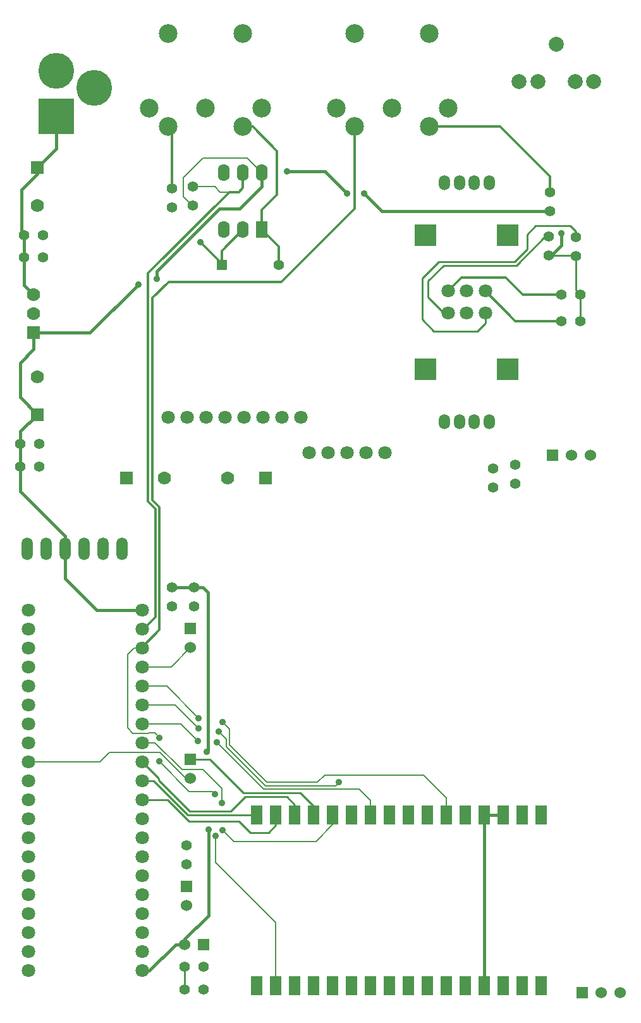
<source format=gtl>
G04 (created by PCBNEW (2013-07-07 BZR 4022)-stable) date 22/05/2015 13:43:49*
%MOIN*%
G04 Gerber Fmt 3.4, Leading zero omitted, Abs format*
%FSLAX34Y34*%
G01*
G70*
G90*
G04 APERTURE LIST*
%ADD10C,0.00590551*%
%ADD11C,0.07*%
%ADD12R,0.07X0.07*%
%ADD13R,0.0590551X0.1*%
%ADD14O,0.0590551X0.0787402*%
%ADD15C,0.0708661*%
%ADD16R,0.11811X0.11811*%
%ADD17C,0.055*%
%ADD18R,0.06X0.06*%
%ADD19C,0.06*%
%ADD20R,0.062X0.09*%
%ADD21O,0.062X0.09*%
%ADD22R,0.055X0.055*%
%ADD23C,0.0984252*%
%ADD24C,0.189*%
%ADD25R,0.189X0.189*%
%ADD26C,0.0787402*%
%ADD27O,0.0593X0.1187*%
%ADD28C,0.035*%
%ADD29C,0.015*%
%ADD30C,0.01*%
%ADD31C,0.008*%
%ADD32C,0.012*%
G04 APERTURE END LIST*
G54D10*
G54D11*
X107086Y-48212D03*
X107086Y-49212D03*
G54D12*
X107086Y-50212D03*
G54D13*
X133858Y-84645D03*
X132858Y-84645D03*
X131858Y-84645D03*
X130858Y-84645D03*
X129858Y-84645D03*
X128858Y-84645D03*
X127858Y-84645D03*
X126858Y-84645D03*
X125858Y-84645D03*
X124858Y-84645D03*
X123858Y-84645D03*
X122858Y-84645D03*
X121858Y-84645D03*
X120858Y-84645D03*
X119858Y-84645D03*
X118858Y-84645D03*
X118858Y-75645D03*
X119858Y-75645D03*
X120858Y-75645D03*
X121858Y-75645D03*
X122858Y-75645D03*
X123858Y-75645D03*
X124858Y-75645D03*
X125858Y-75645D03*
X126858Y-75645D03*
X127858Y-75645D03*
X128858Y-75645D03*
X129858Y-75645D03*
X130858Y-75645D03*
X131858Y-75645D03*
X132858Y-75645D03*
X133858Y-75645D03*
G54D14*
X129526Y-54910D03*
X130313Y-54910D03*
X131101Y-54910D03*
X128738Y-54910D03*
G54D15*
X129920Y-49201D03*
X130904Y-49201D03*
X128935Y-49201D03*
G54D16*
X132085Y-52154D03*
X127754Y-52154D03*
G54D14*
X130314Y-42322D03*
X129527Y-42322D03*
X128740Y-42322D03*
X131102Y-42322D03*
G54D15*
X129921Y-48031D03*
X128937Y-48031D03*
X130905Y-48031D03*
G54D16*
X127755Y-45078D03*
X132086Y-45078D03*
G54D17*
X132480Y-58177D03*
X132480Y-57177D03*
X131299Y-57374D03*
X131299Y-58374D03*
X134295Y-43830D03*
X134295Y-42830D03*
X134251Y-46169D03*
X134251Y-45169D03*
X114370Y-42610D03*
X114370Y-43610D03*
X135660Y-46180D03*
X135660Y-45180D03*
X115485Y-43520D03*
X115485Y-42520D03*
X135910Y-49610D03*
X134910Y-49610D03*
X135910Y-48225D03*
X134910Y-48225D03*
G54D18*
X134433Y-56692D03*
G54D19*
X135433Y-56692D03*
X136433Y-56692D03*
G54D18*
X136007Y-85039D03*
G54D19*
X137007Y-85039D03*
X138007Y-85039D03*
G54D18*
X116051Y-82480D03*
G54D19*
X115051Y-82480D03*
G54D18*
X115354Y-65838D03*
G54D19*
X115354Y-66838D03*
G54D18*
X115354Y-72728D03*
G54D19*
X115354Y-73728D03*
G54D20*
X119110Y-44807D03*
G54D21*
X118110Y-44807D03*
X117110Y-44807D03*
X117110Y-41807D03*
X118110Y-41807D03*
X119110Y-41807D03*
G54D22*
X117003Y-46653D03*
G54D17*
X120003Y-46653D03*
G54D12*
X107283Y-41519D03*
G54D11*
X107283Y-43519D03*
G54D12*
X107283Y-54543D03*
G54D11*
X107283Y-52543D03*
G54D12*
X119307Y-57874D03*
G54D11*
X117307Y-57874D03*
G54D12*
X111992Y-57874D03*
G54D11*
X113992Y-57874D03*
G54D17*
X114370Y-63673D03*
X114370Y-64673D03*
X115551Y-63673D03*
X115551Y-64673D03*
X115051Y-84842D03*
X116051Y-84842D03*
X115051Y-83661D03*
X116051Y-83661D03*
X106389Y-56102D03*
X107389Y-56102D03*
X106389Y-57283D03*
X107389Y-57283D03*
X106586Y-46259D03*
X107586Y-46259D03*
X106586Y-45078D03*
X107586Y-45078D03*
G54D15*
X112795Y-83858D03*
X112795Y-82858D03*
X112795Y-81858D03*
X112795Y-80858D03*
X112795Y-79858D03*
X112795Y-78858D03*
X112795Y-77858D03*
X112795Y-76858D03*
X112795Y-75858D03*
X112795Y-74858D03*
X112795Y-73858D03*
X112795Y-72858D03*
X112795Y-71858D03*
X112795Y-70858D03*
X112795Y-69858D03*
X112795Y-68858D03*
X112795Y-67858D03*
X112795Y-66858D03*
X112795Y-65858D03*
X112795Y-64858D03*
X106795Y-64858D03*
X106795Y-65858D03*
X106795Y-66858D03*
X106795Y-67858D03*
X106795Y-68858D03*
X106795Y-69858D03*
X106795Y-70858D03*
X106795Y-71858D03*
X106795Y-72858D03*
X106795Y-73858D03*
X106795Y-74858D03*
X106795Y-75858D03*
X106795Y-76858D03*
X106795Y-77858D03*
X106795Y-78858D03*
X106795Y-79858D03*
X106795Y-80858D03*
X106795Y-81858D03*
X106795Y-82858D03*
X106795Y-83858D03*
X114173Y-54692D03*
X115173Y-54692D03*
X116173Y-54692D03*
X117173Y-54692D03*
X118173Y-54692D03*
X119173Y-54692D03*
X120173Y-54692D03*
X121173Y-54692D03*
G54D23*
X116141Y-38385D03*
X119094Y-38385D03*
X113188Y-38385D03*
X114173Y-34448D03*
X118110Y-34448D03*
X114173Y-39370D03*
X118110Y-39370D03*
X125984Y-38385D03*
X128937Y-38385D03*
X123031Y-38385D03*
X124015Y-34448D03*
X127952Y-34448D03*
X124015Y-39370D03*
X127952Y-39370D03*
G54D24*
X108267Y-36417D03*
G54D25*
X108267Y-38817D03*
G54D24*
X110267Y-37317D03*
G54D26*
X133661Y-37007D03*
X135629Y-37007D03*
X132677Y-37007D03*
X136614Y-37007D03*
X134645Y-35039D03*
G54D27*
X106751Y-61614D03*
X107751Y-61614D03*
X108751Y-61614D03*
X109751Y-61614D03*
X110751Y-61614D03*
X111751Y-61614D03*
G54D18*
X115157Y-79421D03*
G54D19*
X115157Y-80421D03*
G54D17*
X115157Y-78255D03*
X115157Y-77255D03*
G54D15*
X121598Y-56570D03*
X122598Y-56570D03*
X123598Y-56570D03*
X124598Y-56570D03*
X125598Y-56570D03*
G54D28*
X116220Y-72322D03*
X116299Y-76417D03*
X134920Y-44980D03*
X124500Y-42900D03*
X123595Y-42880D03*
X120450Y-41740D03*
X112595Y-47675D03*
X113565Y-47390D03*
X113700Y-71574D03*
X113700Y-72834D03*
X116653Y-74566D03*
X116692Y-76771D03*
X115787Y-70551D03*
X117047Y-70748D03*
X116732Y-71811D03*
X115748Y-71771D03*
X115787Y-71102D03*
X116850Y-71259D03*
X123188Y-73937D03*
X117047Y-76456D03*
X117007Y-75039D03*
X115860Y-45450D03*
G54D29*
X115551Y-63673D02*
X114370Y-63673D01*
X115051Y-82480D02*
X115051Y-82192D01*
X115996Y-63673D02*
X115551Y-63673D01*
X116259Y-63937D02*
X115996Y-63673D01*
X116259Y-72283D02*
X116259Y-63937D01*
X116220Y-72322D02*
X116259Y-72283D01*
X116299Y-80944D02*
X116299Y-76417D01*
X115051Y-82192D02*
X116299Y-80944D01*
X112795Y-83858D02*
X113188Y-83858D01*
X114566Y-82480D02*
X115051Y-82480D01*
X113188Y-83858D02*
X114566Y-82480D01*
X134251Y-46169D02*
X134360Y-46169D01*
X134920Y-45610D02*
X134920Y-44980D01*
X134360Y-46169D02*
X134920Y-45610D01*
X134295Y-43830D02*
X125430Y-43830D01*
X125430Y-43830D02*
X124500Y-42900D01*
X123595Y-42880D02*
X122455Y-41740D01*
X122455Y-41740D02*
X120450Y-41740D01*
G54D30*
X135660Y-46180D02*
X135660Y-47975D01*
X135660Y-47975D02*
X135910Y-48225D01*
X135910Y-49610D02*
X135910Y-48225D01*
X134251Y-46169D02*
X135649Y-46169D01*
X135649Y-46169D02*
X135660Y-46180D01*
G54D29*
X119110Y-41807D02*
X119110Y-42529D01*
X110057Y-50212D02*
X107086Y-50212D01*
X112595Y-47675D02*
X110057Y-50212D01*
X113565Y-46997D02*
X113565Y-47390D01*
X116872Y-43690D02*
X113565Y-46997D01*
X117950Y-43690D02*
X116872Y-43690D01*
X119110Y-42529D02*
X117950Y-43690D01*
G54D31*
X115485Y-43520D02*
X115445Y-43520D01*
X118343Y-41040D02*
X119110Y-41807D01*
X116000Y-41040D02*
X118343Y-41040D01*
X114975Y-42065D02*
X116000Y-41040D01*
X114975Y-43050D02*
X114975Y-42065D01*
X115445Y-43520D02*
X114975Y-43050D01*
G54D29*
X108751Y-61614D02*
X108751Y-63200D01*
X110409Y-64858D02*
X112795Y-64858D01*
X108751Y-63200D02*
X110409Y-64858D01*
X106389Y-57283D02*
X106389Y-58594D01*
X108751Y-60956D02*
X108751Y-61614D01*
X106389Y-58594D02*
X108751Y-60956D01*
X106389Y-56102D02*
X106389Y-55437D01*
X106389Y-55437D02*
X107283Y-54543D01*
X106389Y-57283D02*
X106389Y-56102D01*
X107086Y-50212D02*
X107086Y-51102D01*
X106377Y-53637D02*
X107283Y-54543D01*
X106377Y-51811D02*
X106377Y-53637D01*
X107086Y-51102D02*
X106377Y-51811D01*
G54D30*
X115051Y-83661D02*
X115051Y-84842D01*
G54D31*
X112795Y-67858D02*
X114334Y-67858D01*
X114334Y-67858D02*
X115354Y-66838D01*
G54D32*
X134910Y-48225D02*
X132865Y-48225D01*
X129648Y-47320D02*
X128937Y-48031D01*
X131960Y-47320D02*
X129648Y-47320D01*
X132865Y-48225D02*
X131960Y-47320D01*
X134910Y-49610D02*
X132484Y-49610D01*
X132484Y-49610D02*
X130905Y-48031D01*
G54D30*
X132300Y-46485D02*
X132450Y-46485D01*
X135660Y-44900D02*
X135660Y-45180D01*
X135360Y-44600D02*
X135660Y-44900D01*
X133550Y-44600D02*
X135360Y-44600D01*
X133100Y-45050D02*
X133550Y-44600D01*
X133100Y-45835D02*
X133100Y-45050D01*
X132450Y-46485D02*
X133100Y-45835D01*
X130904Y-49201D02*
X130904Y-49735D01*
X128440Y-46485D02*
X132300Y-46485D01*
X127560Y-47365D02*
X128440Y-46485D01*
X127560Y-49540D02*
X127560Y-47365D01*
X128190Y-50170D02*
X127560Y-49540D01*
X130470Y-50170D02*
X128190Y-50170D01*
X130904Y-49735D02*
X130470Y-50170D01*
X128935Y-49201D02*
X128721Y-49201D01*
X134048Y-45169D02*
X134251Y-45169D01*
X132532Y-46685D02*
X134048Y-45169D01*
X128694Y-46685D02*
X132532Y-46685D01*
X127880Y-47500D02*
X128694Y-46685D01*
X127880Y-48360D02*
X127880Y-47500D01*
X128721Y-49201D02*
X127880Y-48360D01*
G54D31*
X115485Y-42520D02*
X116635Y-42520D01*
X116925Y-42810D02*
X117420Y-42810D01*
X116635Y-42520D02*
X116925Y-42810D01*
G54D32*
X112795Y-65858D02*
X112866Y-65858D01*
X118110Y-42599D02*
X118110Y-41807D01*
X117900Y-42810D02*
X118110Y-42599D01*
X117420Y-42810D02*
X117900Y-42810D01*
X113125Y-47105D02*
X117420Y-42810D01*
X113125Y-59140D02*
X113125Y-47105D01*
X113505Y-59520D02*
X113125Y-59140D01*
X113505Y-65220D02*
X113505Y-59520D01*
X112866Y-65858D02*
X113505Y-65220D01*
X113345Y-48690D02*
X113345Y-48399D01*
X124015Y-43674D02*
X124015Y-39370D01*
X120140Y-47550D02*
X124015Y-43674D01*
X114195Y-47550D02*
X120140Y-47550D01*
X113345Y-48399D02*
X114195Y-47550D01*
X112795Y-66858D02*
X112795Y-66829D01*
X113345Y-59048D02*
X113345Y-48690D01*
X113725Y-59428D02*
X113345Y-59048D01*
X113725Y-65899D02*
X113725Y-59428D01*
X112795Y-66829D02*
X113725Y-65899D01*
G54D31*
X113310Y-71338D02*
X113136Y-71338D01*
X112376Y-66858D02*
X112795Y-66858D01*
X112035Y-67200D02*
X112376Y-66858D01*
X112035Y-71070D02*
X112035Y-67200D01*
X112325Y-71360D02*
X112035Y-71070D01*
X113115Y-71360D02*
X112325Y-71360D01*
X113136Y-71338D02*
X113115Y-71360D01*
X119858Y-84645D02*
X119858Y-81314D01*
X113464Y-71338D02*
X113310Y-71338D01*
X113310Y-71338D02*
X113307Y-71338D01*
X113700Y-71574D02*
X113464Y-71338D01*
X115275Y-74409D02*
X113700Y-72834D01*
X116496Y-74409D02*
X115275Y-74409D01*
X116653Y-74566D02*
X116496Y-74409D01*
X116692Y-78149D02*
X116692Y-76771D01*
X119858Y-81314D02*
X116692Y-78149D01*
G54D30*
X120858Y-75645D02*
X120858Y-75110D01*
X113661Y-73724D02*
X112795Y-72858D01*
X113661Y-73811D02*
X113661Y-73724D01*
X115295Y-75445D02*
X113661Y-73811D01*
X117467Y-75445D02*
X115295Y-75445D01*
X118228Y-74685D02*
X117467Y-75445D01*
X120433Y-74685D02*
X118228Y-74685D01*
X120858Y-75110D02*
X120433Y-74685D01*
G54D31*
X128858Y-75645D02*
X128858Y-74763D01*
X114094Y-68858D02*
X112795Y-68858D01*
X115787Y-70551D02*
X114094Y-68858D01*
X117424Y-71124D02*
X117047Y-70748D01*
X117424Y-71972D02*
X117424Y-71124D01*
X119386Y-73935D02*
X117424Y-71972D01*
X122049Y-73935D02*
X119386Y-73935D01*
X122440Y-73543D02*
X122049Y-73935D01*
X127637Y-73543D02*
X122440Y-73543D01*
X128858Y-74763D02*
X127637Y-73543D01*
X112795Y-70858D02*
X114834Y-70858D01*
X124858Y-74897D02*
X124858Y-75645D01*
X124255Y-74295D02*
X124858Y-74897D01*
X119216Y-74295D02*
X124255Y-74295D01*
X116732Y-71811D02*
X119216Y-74295D01*
X114834Y-70858D02*
X115748Y-71771D01*
X114543Y-69858D02*
X112795Y-69858D01*
X115787Y-71102D02*
X114543Y-69858D01*
X117244Y-71653D02*
X116850Y-71259D01*
X117244Y-72047D02*
X117244Y-71653D01*
X119311Y-74115D02*
X117244Y-72047D01*
X123010Y-74115D02*
X119311Y-74115D01*
X123188Y-73937D02*
X123010Y-74115D01*
G54D30*
X121858Y-75645D02*
X121858Y-75204D01*
X116389Y-72728D02*
X115354Y-72728D01*
X118146Y-74485D02*
X116389Y-72728D01*
X121138Y-74485D02*
X118146Y-74485D01*
X121858Y-75204D02*
X121138Y-74485D01*
G54D31*
X112795Y-71858D02*
X113490Y-71858D01*
X122858Y-76157D02*
X122858Y-75645D01*
X121968Y-77047D02*
X122858Y-76157D01*
X117637Y-77047D02*
X121968Y-77047D01*
X117047Y-76456D02*
X117637Y-77047D01*
X117007Y-74251D02*
X117007Y-75039D01*
X116023Y-73267D02*
X117007Y-74251D01*
X114900Y-73267D02*
X116023Y-73267D01*
X113490Y-71858D02*
X114900Y-73267D01*
G54D30*
X115944Y-75984D02*
X117913Y-75984D01*
X117913Y-75984D02*
X118503Y-76574D01*
X119858Y-75645D02*
X119858Y-76204D01*
X119858Y-76204D02*
X119488Y-76574D01*
X119488Y-76574D02*
X118503Y-76574D01*
X114142Y-74858D02*
X112795Y-74858D01*
X115268Y-75984D02*
X114142Y-74858D01*
X115944Y-75984D02*
X115268Y-75984D01*
X118858Y-75645D02*
X115212Y-75645D01*
X113425Y-73858D02*
X112795Y-73858D01*
X115212Y-75645D02*
X113425Y-73858D01*
G54D29*
X130858Y-84645D02*
X130858Y-75645D01*
X130858Y-75645D02*
X131858Y-75645D01*
G54D31*
X115354Y-73728D02*
X115106Y-73728D01*
X110566Y-72858D02*
X106795Y-72858D01*
X111062Y-72362D02*
X110566Y-72858D01*
X113740Y-72362D02*
X111062Y-72362D01*
X115106Y-73728D02*
X113740Y-72362D01*
G54D32*
X127952Y-39370D02*
X131665Y-39370D01*
X134295Y-42000D02*
X134295Y-42830D01*
X131665Y-39370D02*
X134295Y-42000D01*
X119110Y-44807D02*
X119110Y-43759D01*
X118640Y-39370D02*
X118110Y-39370D01*
X119920Y-40650D02*
X118640Y-39370D01*
X119920Y-42950D02*
X119920Y-40650D01*
X119110Y-43759D02*
X119920Y-42950D01*
X120003Y-46653D02*
X120003Y-45700D01*
X120003Y-45700D02*
X119110Y-44807D01*
G54D30*
X117003Y-46593D02*
X117003Y-46653D01*
X115860Y-45450D02*
X117003Y-46593D01*
G54D32*
X117003Y-46653D02*
X117003Y-45913D01*
X117003Y-45913D02*
X118110Y-44807D01*
X114370Y-42610D02*
X114370Y-39566D01*
X114370Y-39566D02*
X114173Y-39370D01*
G54D29*
X106586Y-46259D02*
X106586Y-47712D01*
X106586Y-47712D02*
X107086Y-48212D01*
X106586Y-45078D02*
X106586Y-46259D01*
X107283Y-41519D02*
X107283Y-41850D01*
X106456Y-44948D02*
X106586Y-45078D01*
X106456Y-42677D02*
X106456Y-44948D01*
X107283Y-41850D02*
X106456Y-42677D01*
X108267Y-38817D02*
X108267Y-40535D01*
X108267Y-40535D02*
X107283Y-41519D01*
M02*

</source>
